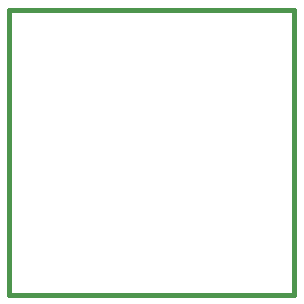
<source format=gbr>
G04 (created by PCBNEW-RS274X (2012-01-19 BZR 3256)-stable) date 6/12/2012 4:59:18 PM*
G01*
G70*
G90*
%MOIN*%
G04 Gerber Fmt 3.4, Leading zero omitted, Abs format*
%FSLAX34Y34*%
G04 APERTURE LIST*
%ADD10C,0.006000*%
%ADD11C,0.015000*%
G04 APERTURE END LIST*
G54D10*
G54D11*
X49500Y-40000D02*
X49500Y-49500D01*
X40000Y-49500D02*
X49500Y-49500D01*
X40000Y-40000D02*
X40000Y-49500D01*
X40000Y-40000D02*
X49500Y-40000D01*
M02*

</source>
